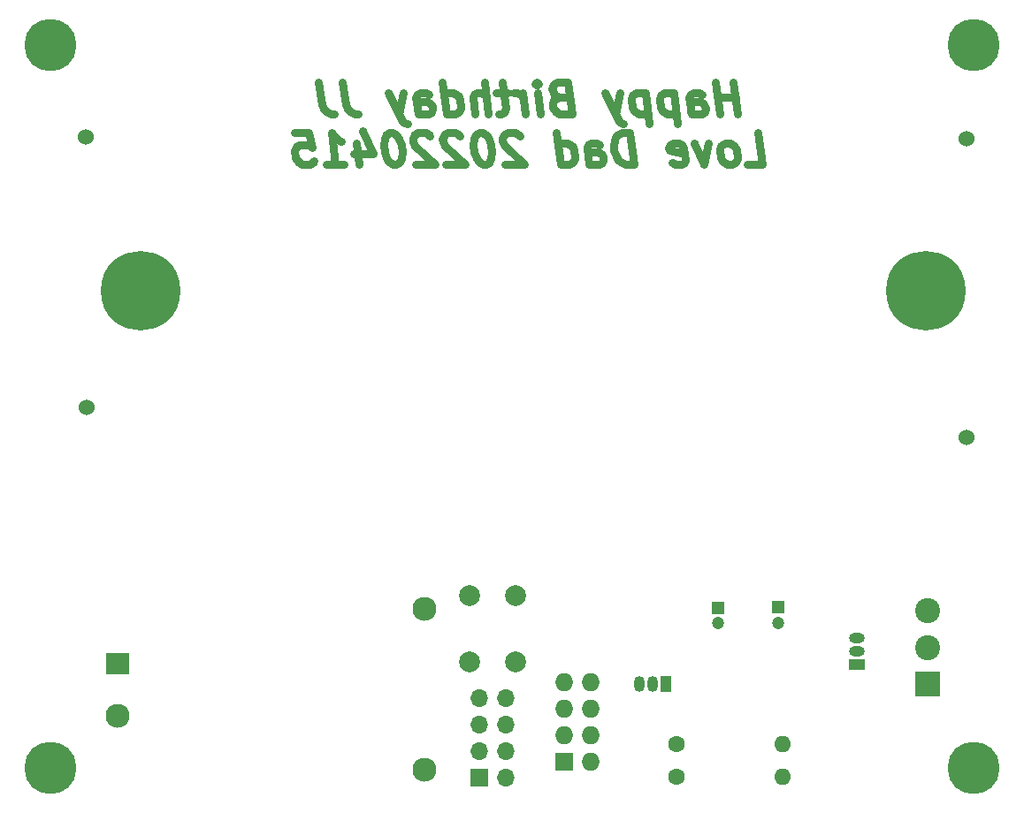
<source format=gbr>
%TF.GenerationSoftware,KiCad,Pcbnew,(6.0.0)*%
%TF.CreationDate,2022-04-24T16:41:59-07:00*%
%TF.ProjectId,Attic_Fan_Controller,41747469-635f-4466-916e-5f436f6e7472,rev?*%
%TF.SameCoordinates,Original*%
%TF.FileFunction,Soldermask,Bot*%
%TF.FilePolarity,Negative*%
%FSLAX46Y46*%
G04 Gerber Fmt 4.6, Leading zero omitted, Abs format (unit mm)*
G04 Created by KiCad (PCBNEW (6.0.0)) date 2022-04-24 16:41:59*
%MOMM*%
%LPD*%
G01*
G04 APERTURE LIST*
%ADD10C,0.750000*%
%ADD11R,2.300000X2.000000*%
%ADD12C,2.300000*%
%ADD13O,1.727200X1.727200*%
%ADD14R,1.727200X1.727200*%
%ADD15C,1.600000*%
%ADD16O,1.600000X1.600000*%
%ADD17R,1.500000X1.000000*%
%ADD18O,1.500000X1.000000*%
%ADD19C,5.000000*%
%ADD20C,2.900000*%
%ADD21C,1.524000*%
%ADD22C,7.620000*%
%ADD23R,1.050000X1.500000*%
%ADD24O,1.050000X1.500000*%
%ADD25R,2.400000X2.400000*%
%ADD26C,2.400000*%
%ADD27O,1.700000X1.700000*%
%ADD28R,1.700000X1.700000*%
%ADD29R,1.200000X1.200000*%
%ADD30C,1.200000*%
%ADD31C,2.000000*%
G04 APERTURE END LIST*
D10*
X81101160Y-21802142D02*
X80726160Y-18802142D01*
X80904732Y-20230714D02*
X79190446Y-20230714D01*
X79386875Y-21802142D02*
X79011875Y-18802142D01*
X76672589Y-21802142D02*
X76476160Y-20230714D01*
X76583303Y-19945000D01*
X76851160Y-19802142D01*
X77422589Y-19802142D01*
X77726160Y-19945000D01*
X76654732Y-21659285D02*
X76958303Y-21802142D01*
X77672589Y-21802142D01*
X77940446Y-21659285D01*
X78047589Y-21373571D01*
X78011875Y-21087857D01*
X77833303Y-20802142D01*
X77529732Y-20659285D01*
X76815446Y-20659285D01*
X76511875Y-20516428D01*
X74994017Y-19802142D02*
X75369017Y-22802142D01*
X75011875Y-19945000D02*
X74708303Y-19802142D01*
X74136875Y-19802142D01*
X73869017Y-19945000D01*
X73744017Y-20087857D01*
X73636875Y-20373571D01*
X73744017Y-21230714D01*
X73922589Y-21516428D01*
X74083303Y-21659285D01*
X74386875Y-21802142D01*
X74958303Y-21802142D01*
X75226160Y-21659285D01*
X72279732Y-19802142D02*
X72654732Y-22802142D01*
X72297589Y-19945000D02*
X71994017Y-19802142D01*
X71422589Y-19802142D01*
X71154732Y-19945000D01*
X71029732Y-20087857D01*
X70922589Y-20373571D01*
X71029732Y-21230714D01*
X71208303Y-21516428D01*
X71369017Y-21659285D01*
X71672589Y-21802142D01*
X72244017Y-21802142D01*
X72511875Y-21659285D01*
X69851160Y-19802142D02*
X69386875Y-21802142D01*
X68422589Y-19802142D02*
X69386875Y-21802142D01*
X69761875Y-22516428D01*
X69922589Y-22659285D01*
X70226160Y-22802142D01*
X64047589Y-20230714D02*
X63636875Y-20373571D01*
X63511875Y-20516428D01*
X63404732Y-20802142D01*
X63458303Y-21230714D01*
X63636875Y-21516428D01*
X63797589Y-21659285D01*
X64101160Y-21802142D01*
X65244017Y-21802142D01*
X64869017Y-18802142D01*
X63869017Y-18802142D01*
X63601160Y-18945000D01*
X63476160Y-19087857D01*
X63369017Y-19373571D01*
X63404732Y-19659285D01*
X63583303Y-19945000D01*
X63744017Y-20087857D01*
X64047589Y-20230714D01*
X65047589Y-20230714D01*
X62244017Y-21802142D02*
X61994017Y-19802142D01*
X61869017Y-18802142D02*
X62029732Y-18945000D01*
X61904732Y-19087857D01*
X61744017Y-18945000D01*
X61869017Y-18802142D01*
X61904732Y-19087857D01*
X60815446Y-21802142D02*
X60565446Y-19802142D01*
X60636875Y-20373571D02*
X60458303Y-20087857D01*
X60297589Y-19945000D01*
X59994017Y-19802142D01*
X59708303Y-19802142D01*
X59136875Y-19802142D02*
X57994017Y-19802142D01*
X58583303Y-18802142D02*
X58904732Y-21373571D01*
X58797589Y-21659285D01*
X58529732Y-21802142D01*
X58244017Y-21802142D01*
X57244017Y-21802142D02*
X56869017Y-18802142D01*
X55958303Y-21802142D02*
X55761875Y-20230714D01*
X55869017Y-19945000D01*
X56136875Y-19802142D01*
X56565446Y-19802142D01*
X56869017Y-19945000D01*
X57029732Y-20087857D01*
X53244017Y-21802142D02*
X52869017Y-18802142D01*
X53226160Y-21659285D02*
X53529732Y-21802142D01*
X54101160Y-21802142D01*
X54369017Y-21659285D01*
X54494017Y-21516428D01*
X54601160Y-21230714D01*
X54494017Y-20373571D01*
X54315446Y-20087857D01*
X54154732Y-19945000D01*
X53851160Y-19802142D01*
X53279732Y-19802142D01*
X53011875Y-19945000D01*
X50529732Y-21802142D02*
X50333303Y-20230714D01*
X50440446Y-19945000D01*
X50708303Y-19802142D01*
X51279732Y-19802142D01*
X51583303Y-19945000D01*
X50511875Y-21659285D02*
X50815446Y-21802142D01*
X51529732Y-21802142D01*
X51797589Y-21659285D01*
X51904732Y-21373571D01*
X51869017Y-21087857D01*
X51690446Y-20802142D01*
X51386875Y-20659285D01*
X50672589Y-20659285D01*
X50369017Y-20516428D01*
X49136875Y-19802142D02*
X48672589Y-21802142D01*
X47708303Y-19802142D02*
X48672589Y-21802142D01*
X49047589Y-22516428D01*
X49208303Y-22659285D01*
X49511875Y-22802142D01*
X43297589Y-18802142D02*
X43565446Y-20945000D01*
X43761875Y-21373571D01*
X44083303Y-21659285D01*
X44529732Y-21802142D01*
X44815446Y-21802142D01*
X41011875Y-18802142D02*
X41279732Y-20945000D01*
X41476160Y-21373571D01*
X41797589Y-21659285D01*
X42244017Y-21802142D01*
X42529732Y-21802142D01*
X82029732Y-26632142D02*
X83458303Y-26632142D01*
X83083303Y-23632142D01*
X80601160Y-26632142D02*
X80869017Y-26489285D01*
X80994017Y-26346428D01*
X81101160Y-26060714D01*
X80994017Y-25203571D01*
X80815446Y-24917857D01*
X80654732Y-24775000D01*
X80351160Y-24632142D01*
X79922589Y-24632142D01*
X79654732Y-24775000D01*
X79529732Y-24917857D01*
X79422589Y-25203571D01*
X79529732Y-26060714D01*
X79708303Y-26346428D01*
X79869017Y-26489285D01*
X80172589Y-26632142D01*
X80601160Y-26632142D01*
X78351160Y-24632142D02*
X77886875Y-26632142D01*
X76922589Y-24632142D01*
X74869017Y-26489285D02*
X75172589Y-26632142D01*
X75744017Y-26632142D01*
X76011875Y-26489285D01*
X76119017Y-26203571D01*
X75976160Y-25060714D01*
X75797589Y-24775000D01*
X75494017Y-24632142D01*
X74922589Y-24632142D01*
X74654732Y-24775000D01*
X74547589Y-25060714D01*
X74583303Y-25346428D01*
X76047589Y-25632142D01*
X71172589Y-26632142D02*
X70797589Y-23632142D01*
X70083303Y-23632142D01*
X69672589Y-23775000D01*
X69422589Y-24060714D01*
X69315446Y-24346428D01*
X69244017Y-24917857D01*
X69297589Y-25346428D01*
X69511875Y-25917857D01*
X69690446Y-26203571D01*
X70011875Y-26489285D01*
X70458303Y-26632142D01*
X71172589Y-26632142D01*
X66886875Y-26632142D02*
X66690446Y-25060714D01*
X66797589Y-24775000D01*
X67065446Y-24632142D01*
X67636875Y-24632142D01*
X67940446Y-24775000D01*
X66869017Y-26489285D02*
X67172589Y-26632142D01*
X67886875Y-26632142D01*
X68154732Y-26489285D01*
X68261875Y-26203571D01*
X68226160Y-25917857D01*
X68047589Y-25632142D01*
X67744017Y-25489285D01*
X67029732Y-25489285D01*
X66726160Y-25346428D01*
X64172589Y-26632142D02*
X63797589Y-23632142D01*
X64154732Y-26489285D02*
X64458303Y-26632142D01*
X65029732Y-26632142D01*
X65297589Y-26489285D01*
X65422589Y-26346428D01*
X65529732Y-26060714D01*
X65422589Y-25203571D01*
X65244017Y-24917857D01*
X65083303Y-24775000D01*
X64779732Y-24632142D01*
X64208303Y-24632142D01*
X63940446Y-24775000D01*
X60261875Y-23917857D02*
X60101160Y-23775000D01*
X59797589Y-23632142D01*
X59083303Y-23632142D01*
X58815446Y-23775000D01*
X58690446Y-23917857D01*
X58583303Y-24203571D01*
X58619017Y-24489285D01*
X58815446Y-24917857D01*
X60744017Y-26632142D01*
X58886875Y-26632142D01*
X56654732Y-23632142D02*
X56369017Y-23632142D01*
X56101160Y-23775000D01*
X55976160Y-23917857D01*
X55869017Y-24203571D01*
X55797589Y-24775000D01*
X55886875Y-25489285D01*
X56101160Y-26060714D01*
X56279732Y-26346428D01*
X56440446Y-26489285D01*
X56744017Y-26632142D01*
X57029732Y-26632142D01*
X57297589Y-26489285D01*
X57422589Y-26346428D01*
X57529732Y-26060714D01*
X57601160Y-25489285D01*
X57511875Y-24775000D01*
X57297589Y-24203571D01*
X57119017Y-23917857D01*
X56958303Y-23775000D01*
X56654732Y-23632142D01*
X54547589Y-23917857D02*
X54386875Y-23775000D01*
X54083303Y-23632142D01*
X53369017Y-23632142D01*
X53101160Y-23775000D01*
X52976160Y-23917857D01*
X52869017Y-24203571D01*
X52904732Y-24489285D01*
X53101160Y-24917857D01*
X55029732Y-26632142D01*
X53172589Y-26632142D01*
X51690446Y-23917857D02*
X51529732Y-23775000D01*
X51226160Y-23632142D01*
X50511875Y-23632142D01*
X50244017Y-23775000D01*
X50119017Y-23917857D01*
X50011875Y-24203571D01*
X50047589Y-24489285D01*
X50244017Y-24917857D01*
X52172589Y-26632142D01*
X50315446Y-26632142D01*
X48083303Y-23632142D02*
X47797589Y-23632142D01*
X47529732Y-23775000D01*
X47404732Y-23917857D01*
X47297589Y-24203571D01*
X47226160Y-24775000D01*
X47315446Y-25489285D01*
X47529732Y-26060714D01*
X47708303Y-26346428D01*
X47869017Y-26489285D01*
X48172589Y-26632142D01*
X48458303Y-26632142D01*
X48726160Y-26489285D01*
X48851160Y-26346428D01*
X48958303Y-26060714D01*
X49029732Y-25489285D01*
X48940446Y-24775000D01*
X48726160Y-24203571D01*
X48547589Y-23917857D01*
X48386875Y-23775000D01*
X48083303Y-23632142D01*
X44636875Y-24632142D02*
X44886875Y-26632142D01*
X45208303Y-23489285D02*
X46190446Y-25632142D01*
X44333303Y-25632142D01*
X41744017Y-26632142D02*
X43458303Y-26632142D01*
X42601160Y-26632142D02*
X42226160Y-23632142D01*
X42565446Y-24060714D01*
X42886875Y-24346428D01*
X43190446Y-24489285D01*
X38654732Y-23632142D02*
X40083303Y-23632142D01*
X40404732Y-25060714D01*
X40244017Y-24917857D01*
X39940446Y-24775000D01*
X39226160Y-24775000D01*
X38958303Y-24917857D01*
X38833303Y-25060714D01*
X38726160Y-25346428D01*
X38815446Y-26060714D01*
X38994017Y-26346428D01*
X39154732Y-26489285D01*
X39458303Y-26632142D01*
X40172589Y-26632142D01*
X40440446Y-26489285D01*
X40565446Y-26346428D01*
D11*
%TO.C,PS1*%
X21759500Y-74462000D03*
D12*
X21759500Y-79462000D03*
X51159500Y-69262000D03*
X51159500Y-84662000D03*
%TD*%
D13*
%TO.C,U2*%
X64516000Y-76263302D03*
X67056000Y-76263302D03*
X64516000Y-78803302D03*
X67056000Y-78803302D03*
X64516000Y-81343302D03*
X67056000Y-81343302D03*
D14*
X64516000Y-83883302D03*
D13*
X67056000Y-83883302D03*
%TD*%
D15*
%TO.C,R1*%
X75231000Y-85344000D03*
D16*
X85391000Y-85344000D03*
%TD*%
D17*
%TO.C,U1*%
X92536538Y-74620350D03*
D18*
X92536538Y-73350350D03*
X92536538Y-72080350D03*
%TD*%
D19*
%TO.C,2.5mm*%
X103759000Y-84455000D03*
D20*
X103759000Y-84455000D03*
%TD*%
D21*
%TO.C,RLY1*%
X103068100Y-52806600D03*
X103068100Y-24231600D03*
X18705187Y-24066000D03*
X18785749Y-49966000D03*
D22*
X99156500Y-38735000D03*
X23972500Y-38735000D03*
%TD*%
D23*
%TO.C,Q1*%
X74295000Y-76454000D03*
D24*
X73025000Y-76454000D03*
X71755000Y-76454000D03*
%TD*%
D25*
%TO.C,J1*%
X99314000Y-76454000D03*
D26*
X99314000Y-72954000D03*
X99314000Y-69454000D03*
%TD*%
D27*
%TO.C,J2*%
X56368000Y-77841000D03*
X58908000Y-77841000D03*
X56368000Y-80381000D03*
X58908000Y-80381000D03*
X56368000Y-82921000D03*
X58908000Y-82921000D03*
D28*
X56368000Y-85461000D03*
D27*
X58908000Y-85461000D03*
%TD*%
D29*
%TO.C,C1*%
X79248000Y-69127401D03*
D30*
X79248000Y-70627401D03*
%TD*%
D19*
%TO.C,2.5mm*%
X103759000Y-15240000D03*
D20*
X103759000Y-15240000D03*
%TD*%
%TO.C,2.5mm*%
X15336350Y-15240000D03*
D19*
X15336350Y-15240000D03*
%TD*%
D31*
%TO.C,SW1*%
X55499000Y-74295000D03*
X55499000Y-67945000D03*
X59893200Y-74295000D03*
X59893200Y-67945000D03*
%TD*%
D29*
%TO.C,C2*%
X84988400Y-69102001D03*
D30*
X84988400Y-70602001D03*
%TD*%
D20*
%TO.C,2.5mm*%
X15367000Y-84455000D03*
D19*
X15367000Y-84455000D03*
%TD*%
D15*
%TO.C,R2*%
X75311000Y-82169000D03*
D16*
X85471000Y-82169000D03*
%TD*%
M02*

</source>
